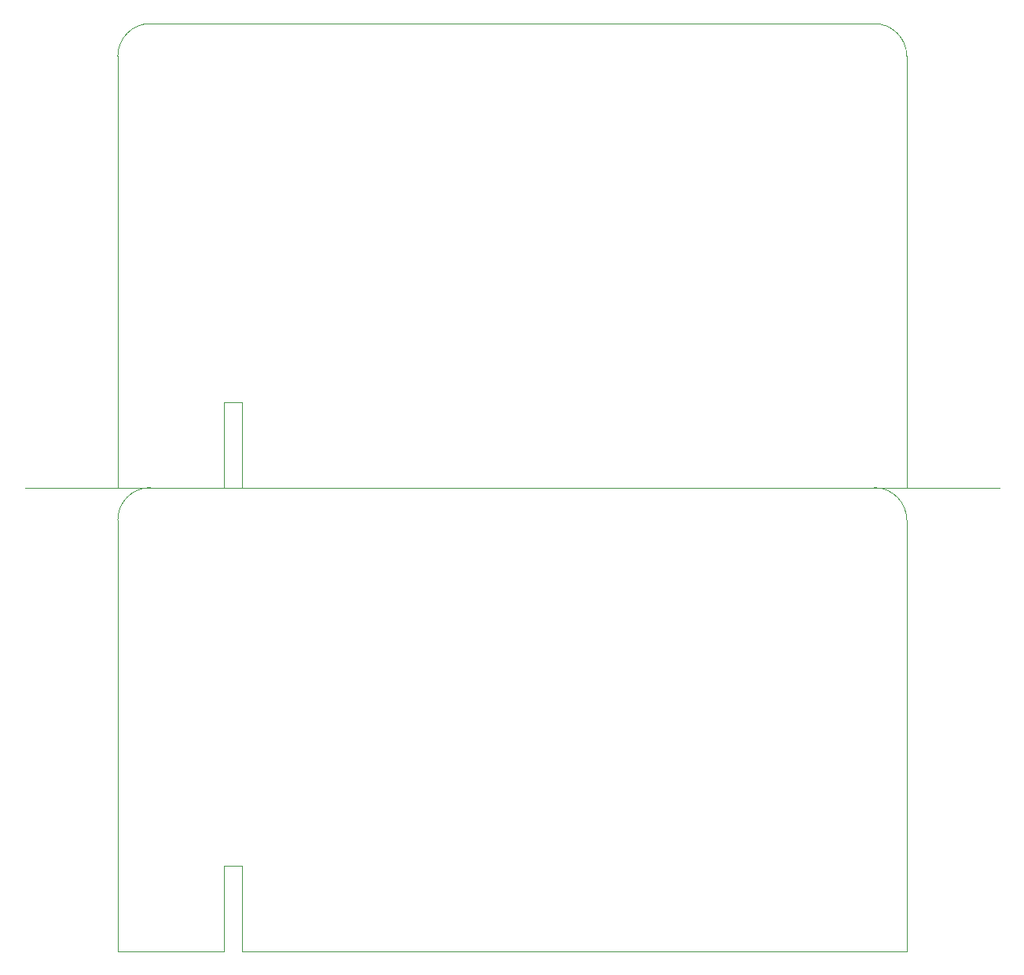
<source format=gbr>
G04 #@! TF.GenerationSoftware,KiCad,Pcbnew,(5.1.5)-3*
G04 #@! TF.CreationDate,2019-12-11T22:47:02+09:00*
G04 #@! TF.ProjectId,CAN_Dual_MDexpress,43414e5f-4475-4616-9c5f-4d4465787072,rev?*
G04 #@! TF.SameCoordinates,Original*
G04 #@! TF.FileFunction,Profile,NP*
%FSLAX46Y46*%
G04 Gerber Fmt 4.6, Leading zero omitted, Abs format (unit mm)*
G04 Created by KiCad (PCBNEW (5.1.5)-3) date 2019-12-11 22:47:02*
%MOMM*%
%LPD*%
G04 APERTURE LIST*
%ADD10C,0.050000*%
%ADD11C,0.120000*%
G04 APERTURE END LIST*
D10*
X133373000Y-75772000D02*
X131468000Y-75772000D01*
X205000000Y-38500000D02*
X205000000Y-85000000D01*
X120000000Y-38500000D02*
X120000000Y-85000000D01*
X201500000Y-35000000D02*
X123500000Y-35000000D01*
X131468000Y-85000000D02*
X131468000Y-75772000D01*
X133373000Y-75772000D02*
X133373000Y-85000000D01*
X201500000Y-35000000D02*
G75*
G02X205000000Y-38500000I0J-3500000D01*
G01*
X120000000Y-38500000D02*
G75*
G02X123500000Y-35000000I3500000J0D01*
G01*
X133373000Y-85000000D02*
X205000000Y-85000000D01*
X120000000Y-85000000D02*
X131468000Y-85000000D01*
X205000000Y-88500000D02*
X205000000Y-135000000D01*
X120000000Y-88500000D02*
X120000000Y-135000000D01*
X201500000Y-85000000D02*
X123500000Y-85000000D01*
X131468000Y-135000000D02*
X131468000Y-125772000D01*
X133373000Y-125772000D02*
X133373000Y-135000000D01*
X201500000Y-85000000D02*
G75*
G02X205000000Y-88500000I0J-3500000D01*
G01*
X120000000Y-88500000D02*
G75*
G02X123500000Y-85000000I3500000J0D01*
G01*
X133373000Y-125772000D02*
X131468000Y-125772000D01*
X133373000Y-135000000D02*
X205000000Y-135000000D01*
X120000000Y-135000000D02*
X131468000Y-135000000D01*
D11*
X110000000Y-85000000D02*
X215000000Y-85000000D01*
M02*

</source>
